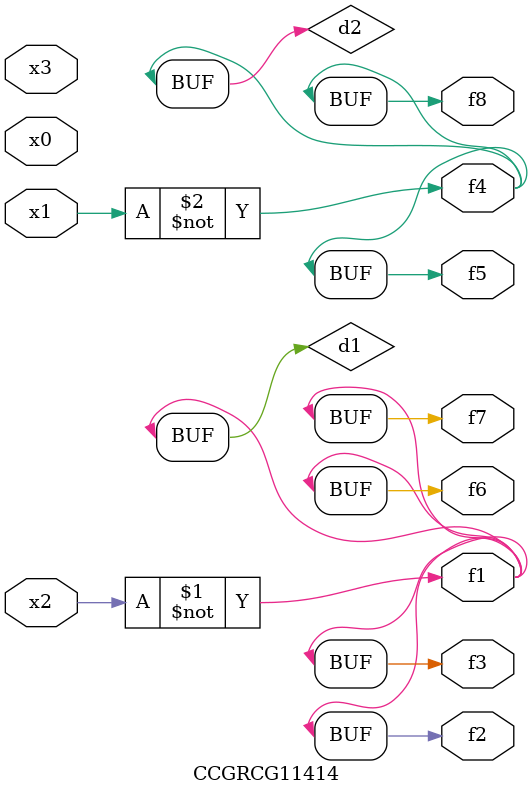
<source format=v>
module CCGRCG11414(
	input x0, x1, x2, x3,
	output f1, f2, f3, f4, f5, f6, f7, f8
);

	wire d1, d2;

	xnor (d1, x2);
	not (d2, x1);
	assign f1 = d1;
	assign f2 = d1;
	assign f3 = d1;
	assign f4 = d2;
	assign f5 = d2;
	assign f6 = d1;
	assign f7 = d1;
	assign f8 = d2;
endmodule

</source>
